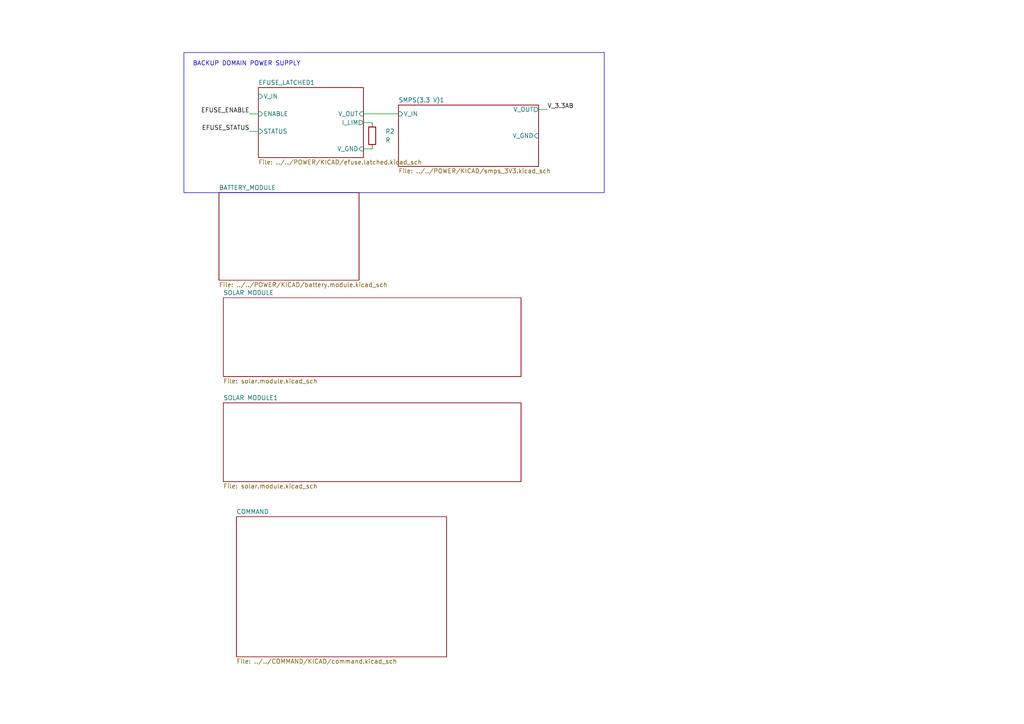
<source format=kicad_sch>
(kicad_sch (version 20231120) (generator "eeschema") (generator_version "8.0")
  (paper "A4")
  (lib_symbols
    (symbol "Device:R" (pin_numbers hide) (pin_names (offset 0))
      (property "Reference" "R" (at 2.032 0 90))
      (property "Value" "R" (at 0 0 90))
      (symbol "R_0_1"
        (rectangle (start -1.016 -2.54) (end 1.016 2.54) (stroke (width 0.254)))
      )
      (symbol "R_1_1"
        (pin passive line (at 0 3.81 270) (length 1.27) (name "~") (number "1"))
        (pin passive line (at 0 -3.81 90) (length 1.27) (name "~") (number "2"))
      )
    )
  )
  (wire (pts (xy 105.41 43.18) (xy 107.95 43.18)))
  (wire (pts (xy 105.41 33.02) (xy 115.57 33.02)))
  (wire (pts (xy 158.75 31.75) (xy 156.21 31.75)))
  (wire (pts (xy 72.39 38.1) (xy 74.93 38.1)))
  (wire (pts (xy 72.39 33.02) (xy 74.93 33.02)))
  (wire (pts (xy 105.41 35.56) (xy 107.95 35.56)))
  (rectangle (start 53.34 15.24) (end 175.26 55.88))
  (text "BACKUP DOMAIN POWER SUPPLY" (at 55.88 17.78 0) (effects (font (size 1.27 1.27)) (justify left top)))
  (label "EFUSE_STATUS" (at 72.39 38.1 180))
  (label "V_3.3AB" (at 158.75 31.75 0))
  (label "EFUSE_ENABLE" (at 72.39 33.02 180))
  (symbol (lib_id "Device:R") (at 107.95 39.37 0) (unit 1)
    (property "Reference" "R2" (at 111.76 38.0999 0) (effects (justify left)))
    (property "Value" "R" (at 111.76 40.6399 0) (effects (justify left)))
    (property "Description" "Resistor" (effects (hide yes)))
  )
  (sheet (at 63.5 55.88) (size 40.64 25.4) (stroke (width 0.1524))
    (property "Sheetname" "BATTERY_MODULE" (at 63.5 55.1684 0) (effects (justify left bottom)))
    (property "Sheetfile" "../../POWER/KICAD/battery.module.kicad_sch" (at 63.5 81.8646 0) (effects (justify left top)))
  )
  (sheet (at 64.77 86.36) (size 86.36 22.86) (stroke (width 0.1524))
    (property "Sheetname" "SOLAR MODULE" (at 64.77 85.6484 0) (effects (justify left bottom)))
    (property "Sheetfile" "solar.module.kicad_sch" (at 64.77 109.8046 0) (effects (justify left top)))
  )
  (sheet (at 115.57 30.48) (size 40.64 17.78) (stroke (width 0.1524))
    (property "Sheetname" "SMPS(3.3 V)1" (at 115.57 29.7684 0) (effects (justify left bottom)))
    (property "Sheetfile" "../../POWER/KICAD/smps_3V3.kicad_sch" (at 115.57 48.8446 0) (effects (justify left top)))
    (pin "V_OUT" output (at 156.21 31.75 0))
    (pin "V_IN" input (at 115.57 33.02 180))
    (pin "V_GND" input (at 156.21 39.37 0))
  )
  (sheet (at 68.58 149.86) (size 60.96 40.64) (stroke (width 0.1524))
    (property "Sheetname" "COMMAND" (at 68.58 149.1484 0) (effects (justify left bottom)))
    (property "Sheetfile" "../../COMMAND/KICAD/command.kicad_sch" (at 68.58 191.0846 0) (effects (justify left top)))
  )
  (sheet (at 64.77 116.84) (size 86.36 22.86) (stroke (width 0.1524))
    (property "Sheetname" "SOLAR MODULE1" (at 64.77 116.1284 0) (effects (justify left bottom)))
    (property "Sheetfile" "solar.module.kicad_sch" (at 64.77 140.2846 0) (effects (justify left top)))
  )
  (sheet (at 74.93 25.4) (size 30.48 20.32) (stroke (width 0.1524))
    (property "Sheetname" "EFUSE_LATCHED1" (at 74.93 24.6884 0) (effects (justify left bottom)))
    (property "Sheetfile" "../../POWER/KICAD/efuse.latched.kicad_sch" (at 74.93 46.3046 0) (effects (justify left top)))
    (pin "V_OUT" input (at 105.41 33.02 0))
    (pin "V_GND" input (at 105.41 43.18 0))
    (pin "STATUS" input (at 74.93 38.1 180))
    (pin "ENABLE" input (at 74.93 33.02 180))
    (pin "V_IN" input (at 74.93 27.94 180))
    (pin "I_LIM" output (at 105.41 35.56 0))
  )
)
</source>
